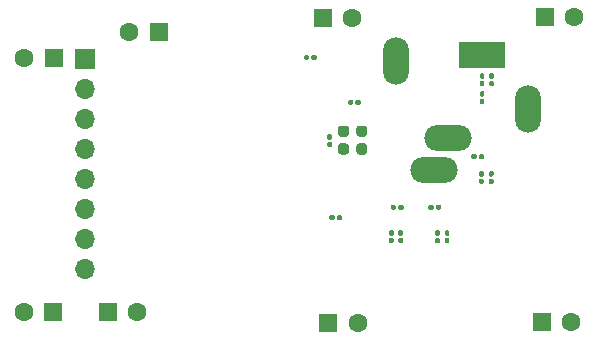
<source format=gbr>
G04 #@! TF.GenerationSoftware,KiCad,Pcbnew,(5.1.9)-1*
G04 #@! TF.CreationDate,2021-01-15T03:22:01+08:00*
G04 #@! TF.ProjectId,opl3,6f706c33-2e6b-4696-9361-645f70636258,rev?*
G04 #@! TF.SameCoordinates,Original*
G04 #@! TF.FileFunction,Soldermask,Bot*
G04 #@! TF.FilePolarity,Negative*
%FSLAX46Y46*%
G04 Gerber Fmt 4.6, Leading zero omitted, Abs format (unit mm)*
G04 Created by KiCad (PCBNEW (5.1.9)-1) date 2021-01-15 03:22:01*
%MOMM*%
%LPD*%
G01*
G04 APERTURE LIST*
%ADD10C,1.600000*%
%ADD11R,1.600000X1.600000*%
%ADD12O,2.200000X4.000000*%
%ADD13O,4.000000X2.200000*%
%ADD14R,4.000000X2.200000*%
%ADD15O,1.700000X1.700000*%
%ADD16R,1.700000X1.700000*%
G04 APERTURE END LIST*
D10*
G04 #@! TO.C,C5*
X173365800Y-118884700D03*
D11*
X170865800Y-118884700D03*
G04 #@! TD*
G04 #@! TO.C,R22*
G36*
G01*
X166673200Y-106590000D02*
X166473200Y-106590000D01*
G75*
G02*
X166373200Y-106490000I0J100000D01*
G01*
X166373200Y-106230000D01*
G75*
G02*
X166473200Y-106130000I100000J0D01*
G01*
X166673200Y-106130000D01*
G75*
G02*
X166773200Y-106230000I0J-100000D01*
G01*
X166773200Y-106490000D01*
G75*
G02*
X166673200Y-106590000I-100000J0D01*
G01*
G37*
G36*
G01*
X166673200Y-107230000D02*
X166473200Y-107230000D01*
G75*
G02*
X166373200Y-107130000I0J100000D01*
G01*
X166373200Y-106870000D01*
G75*
G02*
X166473200Y-106770000I100000J0D01*
G01*
X166673200Y-106770000D01*
G75*
G02*
X166773200Y-106870000I0J-100000D01*
G01*
X166773200Y-107130000D01*
G75*
G02*
X166673200Y-107230000I-100000J0D01*
G01*
G37*
G04 #@! TD*
G04 #@! TO.C,R12*
G36*
G01*
X161695300Y-109094600D02*
X161695300Y-109294600D01*
G75*
G02*
X161595300Y-109394600I-100000J0D01*
G01*
X161335300Y-109394600D01*
G75*
G02*
X161235300Y-109294600I0J100000D01*
G01*
X161235300Y-109094600D01*
G75*
G02*
X161335300Y-108994600I100000J0D01*
G01*
X161595300Y-108994600D01*
G75*
G02*
X161695300Y-109094600I0J-100000D01*
G01*
G37*
G36*
G01*
X162335300Y-109094600D02*
X162335300Y-109294600D01*
G75*
G02*
X162235300Y-109394600I-100000J0D01*
G01*
X161975300Y-109394600D01*
G75*
G02*
X161875300Y-109294600I0J100000D01*
G01*
X161875300Y-109094600D01*
G75*
G02*
X161975300Y-108994600I100000J0D01*
G01*
X162235300Y-108994600D01*
G75*
G02*
X162335300Y-109094600I0J-100000D01*
G01*
G37*
G04 #@! TD*
G04 #@! TO.C,R11*
G36*
G01*
X158520300Y-109094600D02*
X158520300Y-109294600D01*
G75*
G02*
X158420300Y-109394600I-100000J0D01*
G01*
X158160300Y-109394600D01*
G75*
G02*
X158060300Y-109294600I0J100000D01*
G01*
X158060300Y-109094600D01*
G75*
G02*
X158160300Y-108994600I100000J0D01*
G01*
X158420300Y-108994600D01*
G75*
G02*
X158520300Y-109094600I0J-100000D01*
G01*
G37*
G36*
G01*
X159160300Y-109094600D02*
X159160300Y-109294600D01*
G75*
G02*
X159060300Y-109394600I-100000J0D01*
G01*
X158800300Y-109394600D01*
G75*
G02*
X158700300Y-109294600I0J100000D01*
G01*
X158700300Y-109094600D01*
G75*
G02*
X158800300Y-108994600I100000J0D01*
G01*
X159060300Y-108994600D01*
G75*
G02*
X159160300Y-109094600I0J-100000D01*
G01*
G37*
G04 #@! TD*
G04 #@! TO.C,R10*
G36*
G01*
X165520200Y-105014700D02*
X165520200Y-104814700D01*
G75*
G02*
X165620200Y-104714700I100000J0D01*
G01*
X165880200Y-104714700D01*
G75*
G02*
X165980200Y-104814700I0J-100000D01*
G01*
X165980200Y-105014700D01*
G75*
G02*
X165880200Y-105114700I-100000J0D01*
G01*
X165620200Y-105114700D01*
G75*
G02*
X165520200Y-105014700I0J100000D01*
G01*
G37*
G36*
G01*
X164880200Y-105014700D02*
X164880200Y-104814700D01*
G75*
G02*
X164980200Y-104714700I100000J0D01*
G01*
X165240200Y-104714700D01*
G75*
G02*
X165340200Y-104814700I0J-100000D01*
G01*
X165340200Y-105014700D01*
G75*
G02*
X165240200Y-105114700I-100000J0D01*
G01*
X164980200Y-105114700D01*
G75*
G02*
X164880200Y-105014700I0J100000D01*
G01*
G37*
G04 #@! TD*
G04 #@! TO.C,R9*
G36*
G01*
X165698500Y-98489600D02*
X165898500Y-98489600D01*
G75*
G02*
X165998500Y-98589600I0J-100000D01*
G01*
X165998500Y-98849600D01*
G75*
G02*
X165898500Y-98949600I-100000J0D01*
G01*
X165698500Y-98949600D01*
G75*
G02*
X165598500Y-98849600I0J100000D01*
G01*
X165598500Y-98589600D01*
G75*
G02*
X165698500Y-98489600I100000J0D01*
G01*
G37*
G36*
G01*
X165698500Y-97849600D02*
X165898500Y-97849600D01*
G75*
G02*
X165998500Y-97949600I0J-100000D01*
G01*
X165998500Y-98209600D01*
G75*
G02*
X165898500Y-98309600I-100000J0D01*
G01*
X165698500Y-98309600D01*
G75*
G02*
X165598500Y-98209600I0J100000D01*
G01*
X165598500Y-97949600D01*
G75*
G02*
X165698500Y-97849600I100000J0D01*
G01*
G37*
G04 #@! TD*
G04 #@! TO.C,R6*
G36*
G01*
X166511300Y-98489600D02*
X166711300Y-98489600D01*
G75*
G02*
X166811300Y-98589600I0J-100000D01*
G01*
X166811300Y-98849600D01*
G75*
G02*
X166711300Y-98949600I-100000J0D01*
G01*
X166511300Y-98949600D01*
G75*
G02*
X166411300Y-98849600I0J100000D01*
G01*
X166411300Y-98589600D01*
G75*
G02*
X166511300Y-98489600I100000J0D01*
G01*
G37*
G36*
G01*
X166511300Y-97849600D02*
X166711300Y-97849600D01*
G75*
G02*
X166811300Y-97949600I0J-100000D01*
G01*
X166811300Y-98209600D01*
G75*
G02*
X166711300Y-98309600I-100000J0D01*
G01*
X166511300Y-98309600D01*
G75*
G02*
X166411300Y-98209600I0J100000D01*
G01*
X166411300Y-97949600D01*
G75*
G02*
X166511300Y-97849600I100000J0D01*
G01*
G37*
G04 #@! TD*
G04 #@! TO.C,R4*
G36*
G01*
X158202300Y-111593800D02*
X158002300Y-111593800D01*
G75*
G02*
X157902300Y-111493800I0J100000D01*
G01*
X157902300Y-111233800D01*
G75*
G02*
X158002300Y-111133800I100000J0D01*
G01*
X158202300Y-111133800D01*
G75*
G02*
X158302300Y-111233800I0J-100000D01*
G01*
X158302300Y-111493800D01*
G75*
G02*
X158202300Y-111593800I-100000J0D01*
G01*
G37*
G36*
G01*
X158202300Y-112233800D02*
X158002300Y-112233800D01*
G75*
G02*
X157902300Y-112133800I0J100000D01*
G01*
X157902300Y-111873800D01*
G75*
G02*
X158002300Y-111773800I100000J0D01*
G01*
X158202300Y-111773800D01*
G75*
G02*
X158302300Y-111873800I0J-100000D01*
G01*
X158302300Y-112133800D01*
G75*
G02*
X158202300Y-112233800I-100000J0D01*
G01*
G37*
G04 #@! TD*
G04 #@! TO.C,R2*
G36*
G01*
X162126600Y-111606500D02*
X161926600Y-111606500D01*
G75*
G02*
X161826600Y-111506500I0J100000D01*
G01*
X161826600Y-111246500D01*
G75*
G02*
X161926600Y-111146500I100000J0D01*
G01*
X162126600Y-111146500D01*
G75*
G02*
X162226600Y-111246500I0J-100000D01*
G01*
X162226600Y-111506500D01*
G75*
G02*
X162126600Y-111606500I-100000J0D01*
G01*
G37*
G36*
G01*
X162126600Y-112246500D02*
X161926600Y-112246500D01*
G75*
G02*
X161826600Y-112146500I0J100000D01*
G01*
X161826600Y-111886500D01*
G75*
G02*
X161926600Y-111786500I100000J0D01*
G01*
X162126600Y-111786500D01*
G75*
G02*
X162226600Y-111886500I0J-100000D01*
G01*
X162226600Y-112146500D01*
G75*
G02*
X162126600Y-112246500I-100000J0D01*
G01*
G37*
G04 #@! TD*
G04 #@! TO.C,R1*
G36*
G01*
X153008000Y-103465800D02*
X152808000Y-103465800D01*
G75*
G02*
X152708000Y-103365800I0J100000D01*
G01*
X152708000Y-103105800D01*
G75*
G02*
X152808000Y-103005800I100000J0D01*
G01*
X153008000Y-103005800D01*
G75*
G02*
X153108000Y-103105800I0J-100000D01*
G01*
X153108000Y-103365800D01*
G75*
G02*
X153008000Y-103465800I-100000J0D01*
G01*
G37*
G36*
G01*
X153008000Y-104105800D02*
X152808000Y-104105800D01*
G75*
G02*
X152708000Y-104005800I0J100000D01*
G01*
X152708000Y-103745800D01*
G75*
G02*
X152808000Y-103645800I100000J0D01*
G01*
X153008000Y-103645800D01*
G75*
G02*
X153108000Y-103745800I0J-100000D01*
G01*
X153108000Y-104005800D01*
G75*
G02*
X153008000Y-104105800I-100000J0D01*
G01*
G37*
G04 #@! TD*
D12*
G04 #@! TO.C,J2*
X169696000Y-100866000D03*
D13*
X161696000Y-106066000D03*
X162896000Y-103366000D03*
D12*
X158496000Y-96766000D03*
D14*
X165796000Y-96266000D03*
G04 #@! TD*
D15*
G04 #@! TO.C,J1*
X132168900Y-114376200D03*
X132168900Y-111836200D03*
X132168900Y-109296200D03*
X132168900Y-106756200D03*
X132168900Y-104216200D03*
X132168900Y-101676200D03*
X132168900Y-99136200D03*
D16*
X132168900Y-96596200D03*
G04 #@! TD*
G04 #@! TO.C,C22*
G36*
G01*
X165647700Y-106770000D02*
X165847700Y-106770000D01*
G75*
G02*
X165947700Y-106870000I0J-100000D01*
G01*
X165947700Y-107130000D01*
G75*
G02*
X165847700Y-107230000I-100000J0D01*
G01*
X165647700Y-107230000D01*
G75*
G02*
X165547700Y-107130000I0J100000D01*
G01*
X165547700Y-106870000D01*
G75*
G02*
X165647700Y-106770000I100000J0D01*
G01*
G37*
G36*
G01*
X165647700Y-106130000D02*
X165847700Y-106130000D01*
G75*
G02*
X165947700Y-106230000I0J-100000D01*
G01*
X165947700Y-106490000D01*
G75*
G02*
X165847700Y-106590000I-100000J0D01*
G01*
X165647700Y-106590000D01*
G75*
G02*
X165547700Y-106490000I0J100000D01*
G01*
X165547700Y-106230000D01*
G75*
G02*
X165647700Y-106130000I100000J0D01*
G01*
G37*
G04 #@! TD*
G04 #@! TO.C,C21*
G36*
G01*
X165698500Y-100000900D02*
X165898500Y-100000900D01*
G75*
G02*
X165998500Y-100100900I0J-100000D01*
G01*
X165998500Y-100360900D01*
G75*
G02*
X165898500Y-100460900I-100000J0D01*
G01*
X165698500Y-100460900D01*
G75*
G02*
X165598500Y-100360900I0J100000D01*
G01*
X165598500Y-100100900D01*
G75*
G02*
X165698500Y-100000900I100000J0D01*
G01*
G37*
G36*
G01*
X165698500Y-99360900D02*
X165898500Y-99360900D01*
G75*
G02*
X165998500Y-99460900I0J-100000D01*
G01*
X165998500Y-99720900D01*
G75*
G02*
X165898500Y-99820900I-100000J0D01*
G01*
X165698500Y-99820900D01*
G75*
G02*
X165598500Y-99720900I0J100000D01*
G01*
X165598500Y-99460900D01*
G75*
G02*
X165698500Y-99360900I100000J0D01*
G01*
G37*
G04 #@! TD*
G04 #@! TO.C,C20*
G36*
G01*
X158815100Y-111773800D02*
X159015100Y-111773800D01*
G75*
G02*
X159115100Y-111873800I0J-100000D01*
G01*
X159115100Y-112133800D01*
G75*
G02*
X159015100Y-112233800I-100000J0D01*
G01*
X158815100Y-112233800D01*
G75*
G02*
X158715100Y-112133800I0J100000D01*
G01*
X158715100Y-111873800D01*
G75*
G02*
X158815100Y-111773800I100000J0D01*
G01*
G37*
G36*
G01*
X158815100Y-111133800D02*
X159015100Y-111133800D01*
G75*
G02*
X159115100Y-111233800I0J-100000D01*
G01*
X159115100Y-111493800D01*
G75*
G02*
X159015100Y-111593800I-100000J0D01*
G01*
X158815100Y-111593800D01*
G75*
G02*
X158715100Y-111493800I0J100000D01*
G01*
X158715100Y-111233800D01*
G75*
G02*
X158815100Y-111133800I100000J0D01*
G01*
G37*
G04 #@! TD*
G04 #@! TO.C,C19*
G36*
G01*
X162739400Y-111786500D02*
X162939400Y-111786500D01*
G75*
G02*
X163039400Y-111886500I0J-100000D01*
G01*
X163039400Y-112146500D01*
G75*
G02*
X162939400Y-112246500I-100000J0D01*
G01*
X162739400Y-112246500D01*
G75*
G02*
X162639400Y-112146500I0J100000D01*
G01*
X162639400Y-111886500D01*
G75*
G02*
X162739400Y-111786500I100000J0D01*
G01*
G37*
G36*
G01*
X162739400Y-111146500D02*
X162939400Y-111146500D01*
G75*
G02*
X163039400Y-111246500I0J-100000D01*
G01*
X163039400Y-111506500D01*
G75*
G02*
X162939400Y-111606500I-100000J0D01*
G01*
X162739400Y-111606500D01*
G75*
G02*
X162639400Y-111506500I0J100000D01*
G01*
X162639400Y-111246500D01*
G75*
G02*
X162739400Y-111146500I100000J0D01*
G01*
G37*
G04 #@! TD*
G04 #@! TO.C,C18*
G36*
G01*
X155080800Y-100404600D02*
X155080800Y-100204600D01*
G75*
G02*
X155180800Y-100104600I100000J0D01*
G01*
X155440800Y-100104600D01*
G75*
G02*
X155540800Y-100204600I0J-100000D01*
G01*
X155540800Y-100404600D01*
G75*
G02*
X155440800Y-100504600I-100000J0D01*
G01*
X155180800Y-100504600D01*
G75*
G02*
X155080800Y-100404600I0J100000D01*
G01*
G37*
G36*
G01*
X154440800Y-100404600D02*
X154440800Y-100204600D01*
G75*
G02*
X154540800Y-100104600I100000J0D01*
G01*
X154800800Y-100104600D01*
G75*
G02*
X154900800Y-100204600I0J-100000D01*
G01*
X154900800Y-100404600D01*
G75*
G02*
X154800800Y-100504600I-100000J0D01*
G01*
X154540800Y-100504600D01*
G75*
G02*
X154440800Y-100404600I0J100000D01*
G01*
G37*
G04 #@! TD*
D10*
G04 #@! TO.C,C17*
X135917300Y-94322900D03*
D11*
X138417300Y-94322900D03*
G04 #@! TD*
G04 #@! TO.C,C16*
G36*
G01*
X155163400Y-104504300D02*
X155163400Y-104004300D01*
G75*
G02*
X155388400Y-103779300I225000J0D01*
G01*
X155838400Y-103779300D01*
G75*
G02*
X156063400Y-104004300I0J-225000D01*
G01*
X156063400Y-104504300D01*
G75*
G02*
X155838400Y-104729300I-225000J0D01*
G01*
X155388400Y-104729300D01*
G75*
G02*
X155163400Y-104504300I0J225000D01*
G01*
G37*
G36*
G01*
X153613400Y-104504300D02*
X153613400Y-104004300D01*
G75*
G02*
X153838400Y-103779300I225000J0D01*
G01*
X154288400Y-103779300D01*
G75*
G02*
X154513400Y-104004300I0J-225000D01*
G01*
X154513400Y-104504300D01*
G75*
G02*
X154288400Y-104729300I-225000J0D01*
G01*
X153838400Y-104729300D01*
G75*
G02*
X153613400Y-104504300I0J225000D01*
G01*
G37*
G04 #@! TD*
G04 #@! TO.C,C15*
G36*
G01*
X154513400Y-102493000D02*
X154513400Y-102993000D01*
G75*
G02*
X154288400Y-103218000I-225000J0D01*
G01*
X153838400Y-103218000D01*
G75*
G02*
X153613400Y-102993000I0J225000D01*
G01*
X153613400Y-102493000D01*
G75*
G02*
X153838400Y-102268000I225000J0D01*
G01*
X154288400Y-102268000D01*
G75*
G02*
X154513400Y-102493000I0J-225000D01*
G01*
G37*
G36*
G01*
X156063400Y-102493000D02*
X156063400Y-102993000D01*
G75*
G02*
X155838400Y-103218000I-225000J0D01*
G01*
X155388400Y-103218000D01*
G75*
G02*
X155163400Y-102993000I0J225000D01*
G01*
X155163400Y-102493000D01*
G75*
G02*
X155388400Y-102268000I225000J0D01*
G01*
X155838400Y-102268000D01*
G75*
G02*
X156063400Y-102493000I0J-225000D01*
G01*
G37*
G04 #@! TD*
G04 #@! TO.C,C14*
G36*
G01*
X151347000Y-96607300D02*
X151347000Y-96407300D01*
G75*
G02*
X151447000Y-96307300I100000J0D01*
G01*
X151707000Y-96307300D01*
G75*
G02*
X151807000Y-96407300I0J-100000D01*
G01*
X151807000Y-96607300D01*
G75*
G02*
X151707000Y-96707300I-100000J0D01*
G01*
X151447000Y-96707300D01*
G75*
G02*
X151347000Y-96607300I0J100000D01*
G01*
G37*
G36*
G01*
X150707000Y-96607300D02*
X150707000Y-96407300D01*
G75*
G02*
X150807000Y-96307300I100000J0D01*
G01*
X151067000Y-96307300D01*
G75*
G02*
X151167000Y-96407300I0J-100000D01*
G01*
X151167000Y-96607300D01*
G75*
G02*
X151067000Y-96707300I-100000J0D01*
G01*
X150807000Y-96707300D01*
G75*
G02*
X150707000Y-96607300I0J100000D01*
G01*
G37*
G04 #@! TD*
D10*
G04 #@! TO.C,C12*
X154811100Y-93141800D03*
D11*
X152311100Y-93141800D03*
G04 #@! TD*
D10*
G04 #@! TO.C,C11*
X127052700Y-96583500D03*
D11*
X129552700Y-96583500D03*
G04 #@! TD*
D10*
G04 #@! TO.C,C10*
X173619800Y-93103700D03*
D11*
X171119800Y-93103700D03*
G04 #@! TD*
D10*
G04 #@! TO.C,C9*
X126989200Y-118059200D03*
D11*
X129489200Y-118059200D03*
G04 #@! TD*
D10*
G04 #@! TO.C,C8*
X136601200Y-118021100D03*
D11*
X134101200Y-118021100D03*
G04 #@! TD*
D10*
G04 #@! TO.C,C7*
X155255600Y-119024400D03*
D11*
X152755600Y-119024400D03*
G04 #@! TD*
G04 #@! TO.C,C1*
G36*
G01*
X153326000Y-109983600D02*
X153326000Y-110183600D01*
G75*
G02*
X153226000Y-110283600I-100000J0D01*
G01*
X152966000Y-110283600D01*
G75*
G02*
X152866000Y-110183600I0J100000D01*
G01*
X152866000Y-109983600D01*
G75*
G02*
X152966000Y-109883600I100000J0D01*
G01*
X153226000Y-109883600D01*
G75*
G02*
X153326000Y-109983600I0J-100000D01*
G01*
G37*
G36*
G01*
X153966000Y-109983600D02*
X153966000Y-110183600D01*
G75*
G02*
X153866000Y-110283600I-100000J0D01*
G01*
X153606000Y-110283600D01*
G75*
G02*
X153506000Y-110183600I0J100000D01*
G01*
X153506000Y-109983600D01*
G75*
G02*
X153606000Y-109883600I100000J0D01*
G01*
X153866000Y-109883600D01*
G75*
G02*
X153966000Y-109983600I0J-100000D01*
G01*
G37*
G04 #@! TD*
M02*

</source>
